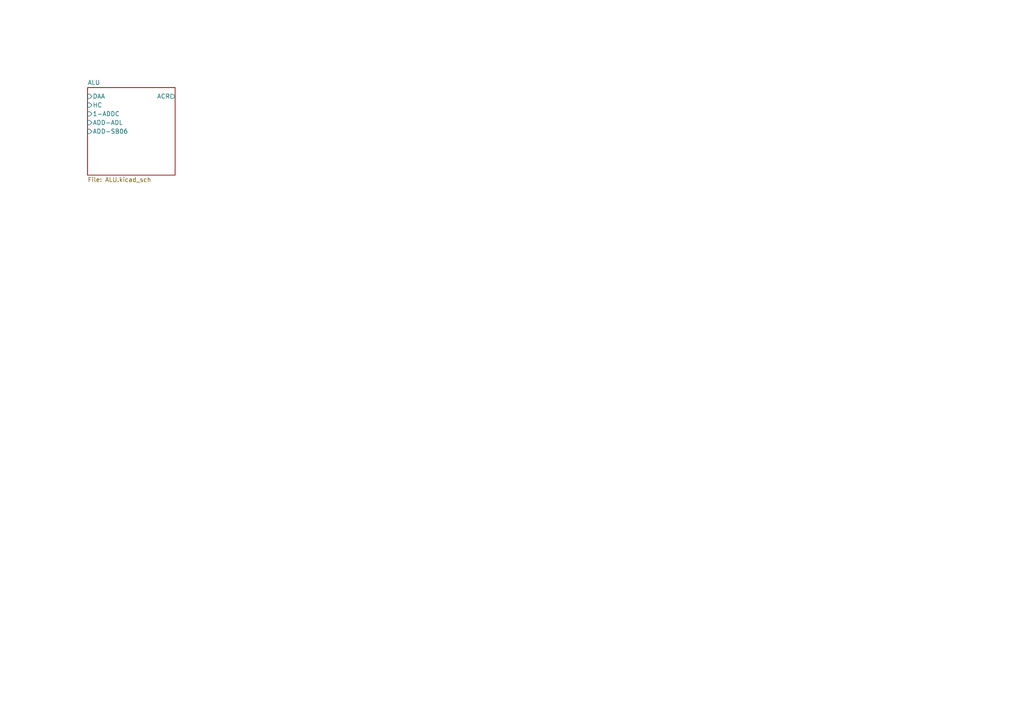
<source format=kicad_sch>
(kicad_sch (version 20211123) (generator eeschema)
  (paper "A4")
  (lib_symbols)
  (sheet (at 25.4 25.4) (size 25.4 25.4)
    (property "Sheet name" "ALU" (at 25.4 24.6884 0) (effects (justify left bottom)))
    (property "Sheet file" "ALU.kicad_sch" (at 25.4 51.3846 0) (effects (justify left top)))
    (pin "DAA" input (at 25.4 27.94 180))
    (pin "HC" input (at 25.4 30.48 180))
    (pin "1-ADDC" input (at 25.4 33.02 180))
    (pin "ACR" output (at 50.8 27.94 0))
    (pin "ADD-SB06" input (at 25.4 38.1 180))
    (pin "ADD-ADL" input (at 25.4 35.56 180))
  )
)
</source>
